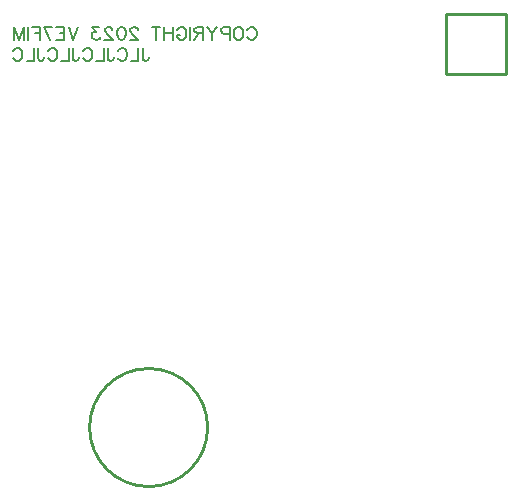
<source format=gbo>
G04 Layer: BottomSilkscreenLayer*
G04 EasyEDA v6.5.34, 2023-09-25 23:45:59*
G04 c5930d253d39478cbfd5350cf3090093,5a6b42c53f6a479593ecc07194224c93,10*
G04 Gerber Generator version 0.2*
G04 Scale: 100 percent, Rotated: No, Reflected: No *
G04 Dimensions in millimeters *
G04 leading zeros omitted , absolute positions ,4 integer and 5 decimal *
%FSLAX45Y45*%
%MOMM*%

%ADD10C,0.1524*%
%ADD11C,0.1520*%
%ADD12C,0.2540*%

%LPD*%
D10*
X2766857Y5575752D02*
G01*
X2772054Y5586143D01*
X2782445Y5596534D01*
X2792834Y5601728D01*
X2813616Y5601728D01*
X2824007Y5596534D01*
X2834398Y5586143D01*
X2839595Y5575752D01*
X2844789Y5560164D01*
X2844789Y5534187D01*
X2839595Y5518602D01*
X2834398Y5508210D01*
X2824007Y5497819D01*
X2813616Y5492625D01*
X2792834Y5492625D01*
X2782445Y5497819D01*
X2772054Y5508210D01*
X2766857Y5518602D01*
X2701394Y5601728D02*
G01*
X2711785Y5596534D01*
X2722176Y5586143D01*
X2727373Y5575752D01*
X2732567Y5560164D01*
X2732567Y5534187D01*
X2727373Y5518602D01*
X2722176Y5508210D01*
X2711785Y5497819D01*
X2701394Y5492625D01*
X2680614Y5492625D01*
X2670223Y5497819D01*
X2659832Y5508210D01*
X2654635Y5518602D01*
X2649440Y5534187D01*
X2649440Y5560164D01*
X2654635Y5575752D01*
X2659832Y5586143D01*
X2670223Y5596534D01*
X2680614Y5601728D01*
X2701394Y5601728D01*
X2615150Y5601728D02*
G01*
X2615150Y5492625D01*
X2615150Y5601728D02*
G01*
X2568392Y5601728D01*
X2552804Y5596534D01*
X2547609Y5591337D01*
X2542415Y5580946D01*
X2542415Y5565360D01*
X2547609Y5554969D01*
X2552804Y5549775D01*
X2568392Y5544578D01*
X2615150Y5544578D01*
X2508125Y5601728D02*
G01*
X2466560Y5549775D01*
X2466560Y5492625D01*
X2424996Y5601728D02*
G01*
X2466560Y5549775D01*
X2390706Y5601728D02*
G01*
X2390706Y5492625D01*
X2390706Y5601728D02*
G01*
X2343947Y5601728D01*
X2328362Y5596534D01*
X2323165Y5591337D01*
X2317970Y5580946D01*
X2317970Y5570555D01*
X2323165Y5560164D01*
X2328362Y5554969D01*
X2343947Y5549775D01*
X2390706Y5549775D01*
X2354338Y5549775D02*
G01*
X2317970Y5492625D01*
X2283680Y5601728D02*
G01*
X2283680Y5492625D01*
X2171458Y5575752D02*
G01*
X2176655Y5586143D01*
X2187044Y5596534D01*
X2197435Y5601728D01*
X2218217Y5601728D01*
X2228608Y5596534D01*
X2238999Y5586143D01*
X2244194Y5575752D01*
X2249390Y5560164D01*
X2249390Y5534187D01*
X2244194Y5518602D01*
X2238999Y5508210D01*
X2228608Y5497819D01*
X2218217Y5492625D01*
X2197435Y5492625D01*
X2187044Y5497819D01*
X2176655Y5508210D01*
X2171458Y5518602D01*
X2171458Y5534187D01*
X2197435Y5534187D02*
G01*
X2171458Y5534187D01*
X2137168Y5601728D02*
G01*
X2137168Y5492625D01*
X2064433Y5601728D02*
G01*
X2064433Y5492625D01*
X2137168Y5549775D02*
G01*
X2064433Y5549775D01*
X1993775Y5601728D02*
G01*
X1993775Y5492625D01*
X2030143Y5601728D02*
G01*
X1957405Y5601728D01*
X1837910Y5575752D02*
G01*
X1837910Y5580946D01*
X1832714Y5591337D01*
X1827519Y5596534D01*
X1817128Y5601728D01*
X1796346Y5601728D01*
X1785955Y5596534D01*
X1780760Y5591337D01*
X1775564Y5580946D01*
X1775564Y5570555D01*
X1780760Y5560164D01*
X1791152Y5544578D01*
X1843105Y5492625D01*
X1770369Y5492625D01*
X1704906Y5601728D02*
G01*
X1720494Y5596534D01*
X1730885Y5580946D01*
X1736079Y5554969D01*
X1736079Y5539384D01*
X1730885Y5513405D01*
X1720494Y5497819D01*
X1704906Y5492625D01*
X1694515Y5492625D01*
X1678929Y5497819D01*
X1668538Y5513405D01*
X1663344Y5539384D01*
X1663344Y5554969D01*
X1668538Y5580946D01*
X1678929Y5596534D01*
X1694515Y5601728D01*
X1704906Y5601728D01*
X1623857Y5575752D02*
G01*
X1623857Y5580946D01*
X1618663Y5591337D01*
X1613466Y5596534D01*
X1603075Y5601728D01*
X1582295Y5601728D01*
X1571904Y5596534D01*
X1566707Y5591337D01*
X1561513Y5580946D01*
X1561513Y5570555D01*
X1566707Y5560164D01*
X1577098Y5544578D01*
X1629054Y5492625D01*
X1556316Y5492625D01*
X1511635Y5601728D02*
G01*
X1454485Y5601728D01*
X1485658Y5560164D01*
X1470073Y5560164D01*
X1459682Y5554969D01*
X1454485Y5549775D01*
X1449290Y5534187D01*
X1449290Y5523796D01*
X1454485Y5508210D01*
X1464876Y5497819D01*
X1480464Y5492625D01*
X1496049Y5492625D01*
X1511635Y5497819D01*
X1516832Y5503014D01*
X1522026Y5513405D01*
X1334990Y5601728D02*
G01*
X1293426Y5492625D01*
X1251864Y5601728D02*
G01*
X1293426Y5492625D01*
X1217574Y5601728D02*
G01*
X1217574Y5492625D01*
X1217574Y5601728D02*
G01*
X1150033Y5601728D01*
X1217574Y5549775D02*
G01*
X1176009Y5549775D01*
X1217574Y5492625D02*
G01*
X1150033Y5492625D01*
X1043005Y5601728D02*
G01*
X1094960Y5492625D01*
X1115743Y5601728D02*
G01*
X1043005Y5601728D01*
X1008715Y5601728D02*
G01*
X1008715Y5492625D01*
X1008715Y5601728D02*
G01*
X941174Y5601728D01*
X1008715Y5549775D02*
G01*
X967153Y5549775D01*
X906884Y5601728D02*
G01*
X906884Y5492625D01*
X872594Y5601728D02*
G01*
X872594Y5492625D01*
X872594Y5601728D02*
G01*
X831032Y5492625D01*
X789467Y5601728D02*
G01*
X831032Y5492625D01*
X789467Y5601728D02*
G01*
X789467Y5492625D01*
D11*
X1878434Y5423928D02*
G01*
X1878434Y5340802D01*
X1883630Y5325214D01*
X1888825Y5320019D01*
X1899216Y5314825D01*
X1909607Y5314825D01*
X1919998Y5320019D01*
X1925195Y5325214D01*
X1930389Y5340802D01*
X1930389Y5351193D01*
X1844144Y5423928D02*
G01*
X1844144Y5314825D01*
X1844144Y5314825D02*
G01*
X1781799Y5314825D01*
X1669577Y5397952D02*
G01*
X1674774Y5408343D01*
X1685165Y5418734D01*
X1695554Y5423928D01*
X1716336Y5423928D01*
X1726727Y5418734D01*
X1737118Y5408343D01*
X1742315Y5397952D01*
X1747509Y5382364D01*
X1747509Y5356387D01*
X1742315Y5340802D01*
X1737118Y5330410D01*
X1726727Y5320019D01*
X1716336Y5314825D01*
X1695554Y5314825D01*
X1685165Y5320019D01*
X1674774Y5330410D01*
X1669577Y5340802D01*
X1583334Y5423928D02*
G01*
X1583334Y5340802D01*
X1588528Y5325214D01*
X1593725Y5320019D01*
X1604114Y5314825D01*
X1614505Y5314825D01*
X1624896Y5320019D01*
X1630093Y5325214D01*
X1635287Y5340802D01*
X1635287Y5351193D01*
X1549044Y5423928D02*
G01*
X1549044Y5314825D01*
X1549044Y5314825D02*
G01*
X1486697Y5314825D01*
X1374475Y5397952D02*
G01*
X1379672Y5408343D01*
X1390063Y5418734D01*
X1400454Y5423928D01*
X1421234Y5423928D01*
X1431625Y5418734D01*
X1442016Y5408343D01*
X1447213Y5397952D01*
X1452407Y5382364D01*
X1452407Y5356387D01*
X1447213Y5340802D01*
X1442016Y5330410D01*
X1431625Y5320019D01*
X1421234Y5314825D01*
X1400454Y5314825D01*
X1390063Y5320019D01*
X1379672Y5330410D01*
X1374475Y5340802D01*
X1288232Y5423928D02*
G01*
X1288232Y5340802D01*
X1293426Y5325214D01*
X1298623Y5320019D01*
X1309014Y5314825D01*
X1319405Y5314825D01*
X1329794Y5320019D01*
X1334990Y5325214D01*
X1340185Y5340802D01*
X1340185Y5351193D01*
X1253942Y5423928D02*
G01*
X1253942Y5314825D01*
X1253942Y5314825D02*
G01*
X1191595Y5314825D01*
X1079375Y5397952D02*
G01*
X1084569Y5408343D01*
X1094960Y5418734D01*
X1105352Y5423928D01*
X1126134Y5423928D01*
X1136525Y5418734D01*
X1146914Y5408343D01*
X1152110Y5397952D01*
X1157305Y5382364D01*
X1157305Y5356387D01*
X1152110Y5340802D01*
X1146914Y5330410D01*
X1136525Y5320019D01*
X1126134Y5314825D01*
X1105352Y5314825D01*
X1094960Y5320019D01*
X1084569Y5330410D01*
X1079375Y5340802D01*
X993129Y5423928D02*
G01*
X993129Y5340802D01*
X998324Y5325214D01*
X1003520Y5320019D01*
X1013912Y5314825D01*
X1024303Y5314825D01*
X1034694Y5320019D01*
X1039888Y5325214D01*
X1045085Y5340802D01*
X1045085Y5351193D01*
X958839Y5423928D02*
G01*
X958839Y5314825D01*
X958839Y5314825D02*
G01*
X896495Y5314825D01*
X784273Y5397952D02*
G01*
X789467Y5408343D01*
X799858Y5418734D01*
X810249Y5423928D01*
X831032Y5423928D01*
X841423Y5418734D01*
X851814Y5408343D01*
X857008Y5397952D01*
X862205Y5382364D01*
X862205Y5356387D01*
X857008Y5340802D01*
X851814Y5330410D01*
X841423Y5320019D01*
X831032Y5314825D01*
X810249Y5314825D01*
X799858Y5320019D01*
X789467Y5330410D01*
X784273Y5340802D01*
D12*
G75*
G01
X2430391Y2209792D02*
G03X2430391Y2209792I-499999J0D01*
X4444992Y5714992D02*
G01*
X4952992Y5714992D01*
X4952992Y5206992D01*
X4444992Y5206992D01*
X4444992Y5714992D01*
M02*

</source>
